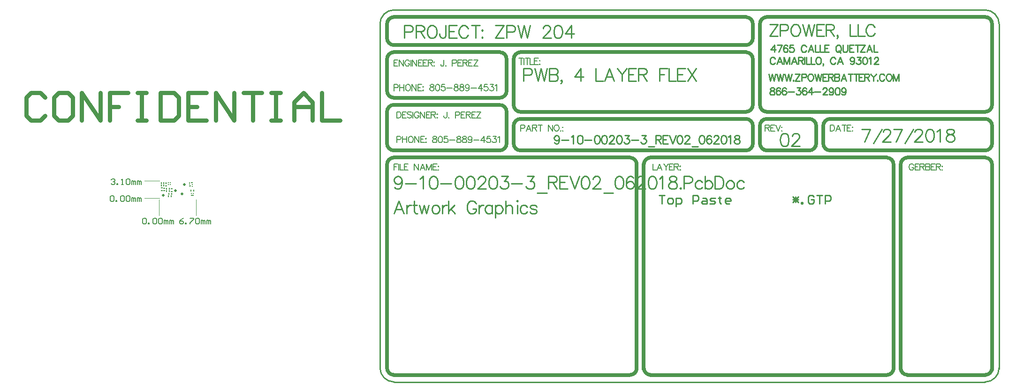
<source format=gtp>
G04*
G04 #@! TF.GenerationSoftware,Altium Limited,Altium Designer,18.1.7 (191)*
G04*
G04 Layer_Color=8421504*
%FSLAX25Y25*%
%MOIN*%
G70*
G01*
G75*
%ADD10C,0.01000*%
%ADD11C,0.02500*%
%ADD12C,0.00201*%
%ADD13C,0.00900*%
%ADD14C,0.02953*%
%ADD15C,0.00500*%
%ADD16C,0.00600*%
%ADD17R,0.01378X0.00787*%
%ADD18R,0.01083X0.00591*%
%ADD19R,0.01476X0.00787*%
%ADD20C,0.00787*%
%ADD21R,0.01181X0.00984*%
G04:AMPARAMS|DCode=22|XSize=5.91mil|YSize=19.68mil|CornerRadius=1.48mil|HoleSize=0mil|Usage=FLASHONLY|Rotation=270.000|XOffset=0mil|YOffset=0mil|HoleType=Round|Shape=RoundedRectangle|*
%AMROUNDEDRECTD22*
21,1,0.00591,0.01673,0,0,270.0*
21,1,0.00295,0.01968,0,0,270.0*
1,1,0.00295,-0.00837,-0.00148*
1,1,0.00295,-0.00837,0.00148*
1,1,0.00295,0.00837,0.00148*
1,1,0.00295,0.00837,-0.00148*
%
%ADD22ROUNDEDRECTD22*%
G04:AMPARAMS|DCode=23|XSize=9.84mil|YSize=5.91mil|CornerRadius=1.48mil|HoleSize=0mil|Usage=FLASHONLY|Rotation=270.000|XOffset=0mil|YOffset=0mil|HoleType=Round|Shape=RoundedRectangle|*
%AMROUNDEDRECTD23*
21,1,0.00984,0.00295,0,0,270.0*
21,1,0.00689,0.00591,0,0,270.0*
1,1,0.00295,-0.00148,-0.00345*
1,1,0.00295,-0.00148,0.00345*
1,1,0.00295,0.00148,0.00345*
1,1,0.00295,0.00148,-0.00345*
%
%ADD23ROUNDEDRECTD23*%
%ADD24R,0.00945X0.01181*%
%ADD25R,0.01181X0.00945*%
%ADD26R,0.00984X0.01181*%
%ADD27C,0.01968*%
D10*
X545911Y301754D02*
X549910D01*
X547911D01*
Y295756D01*
X552909D02*
X554909D01*
X555908Y296755D01*
Y298755D01*
X554909Y299754D01*
X552909D01*
X551909Y298755D01*
Y296755D01*
X552909Y295756D01*
X557907Y293756D02*
Y299754D01*
X560907D01*
X561906Y298755D01*
Y296755D01*
X560907Y295756D01*
X557907D01*
X569904D02*
Y301754D01*
X572903D01*
X573902Y300754D01*
Y298755D01*
X572903Y297755D01*
X569904D01*
X576901Y299754D02*
X578901D01*
X579900Y298755D01*
Y295756D01*
X576901D01*
X575902Y296755D01*
X576901Y297755D01*
X579900D01*
X581900Y295756D02*
X584899D01*
X585898Y296755D01*
X584899Y297755D01*
X582899D01*
X581900Y298755D01*
X582899Y299754D01*
X585898D01*
X588898Y300754D02*
Y299754D01*
X587898D01*
X589897D01*
X588898D01*
Y296755D01*
X589897Y295756D01*
X595895D02*
X593896D01*
X592896Y296755D01*
Y298755D01*
X593896Y299754D01*
X595895D01*
X596895Y298755D01*
Y297755D01*
X592896D01*
X640881Y300754D02*
X644879Y296755D01*
X640881D02*
X644879Y300754D01*
X640881Y298755D02*
X644879D01*
X642880Y296755D02*
Y300754D01*
X646879Y295756D02*
Y296755D01*
X647878D01*
Y295756D01*
X646879D01*
X655876Y300754D02*
X654876Y301754D01*
X652877D01*
X651877Y300754D01*
Y296755D01*
X652877Y295756D01*
X654876D01*
X655876Y296755D01*
Y298755D01*
X653876D01*
X657875Y301754D02*
X661874D01*
X659874D01*
Y295756D01*
X663873D02*
Y301754D01*
X666872D01*
X667872Y300754D01*
Y298755D01*
X666872Y297755D01*
X663873D01*
X787532Y423682D02*
G03*
X777532Y433682I-10000J0D01*
G01*
Y168921D02*
G03*
X787532Y178921I0J10000D01*
G01*
X347532Y179022D02*
G03*
X357455Y168923I10100J0D01*
G01*
X357532Y433682D02*
G03*
X347532Y423682I0J-10000D01*
G01*
X357532Y168922D02*
X777532D01*
X357532Y433682D02*
X777532D01*
X787532Y178236D02*
Y423682D01*
X347532Y178727D02*
Y423682D01*
D11*
X530032Y323682D02*
G03*
X525032Y328682I-5000J0D01*
G01*
X525148Y173921D02*
G03*
X530030Y178889I84J4800D01*
G01*
X540032Y328682D02*
G03*
X535032Y323682I0J-5000D01*
G01*
Y178921D02*
G03*
X539944Y173922I5000J0D01*
G01*
X712532Y323682D02*
G03*
X707532Y328682I-5000J0D01*
G01*
X707648Y173921D02*
G03*
X712530Y178889I84J4800D01*
G01*
X717532Y178822D02*
G03*
X722517Y173922I4900J0D01*
G01*
X722532Y328682D02*
G03*
X717532Y323682I0J-5000D01*
G01*
X437532Y398782D02*
G03*
X432632Y403682I-4900J0D01*
G01*
X432732Y371182D02*
G03*
X437532Y375982I0J4800D01*
G01*
Y361282D02*
G03*
X432461Y366179I-4900J0D01*
G01*
X442532Y366082D02*
G03*
X447432Y361182I4900J0D01*
G01*
X442532Y338582D02*
G03*
X447432Y333682I4900J0D01*
G01*
X432632D02*
G03*
X437532Y338582I0J4900D01*
G01*
X612532Y351282D02*
G03*
X607632Y356182I-4900J0D01*
G01*
Y333682D02*
G03*
X612531Y338668I0J4900D01*
G01*
X617532Y338782D02*
G03*
X622543Y333683I5100J0D01*
G01*
X622332Y356182D02*
G03*
X617538Y351131I0J-4800D01*
G01*
X447532Y356182D02*
G03*
X442532Y351182I0J-5000D01*
G01*
X447532Y403682D02*
G03*
X442532Y398682I0J-5000D01*
G01*
X352532Y338682D02*
G03*
X357444Y333683I5000J0D01*
G01*
X357532Y366182D02*
G03*
X352532Y361182I0J-5000D01*
G01*
Y376182D02*
G03*
X357532Y371182I5000J0D01*
G01*
Y403682D02*
G03*
X352532Y398682I0J-5000D01*
G01*
Y413682D02*
G03*
X357532Y408682I5000J0D01*
G01*
Y428682D02*
G03*
X352532Y423682I0J-5000D01*
G01*
X612532D02*
G03*
X607532Y428682I-5000J0D01*
G01*
X622532D02*
G03*
X617532Y423682I0J-5000D01*
G01*
X607532Y408682D02*
G03*
X612532Y413682I0J5000D01*
G01*
Y398682D02*
G03*
X607532Y403682I-5000J0D01*
G01*
X357532Y328682D02*
G03*
X352532Y323682I0J-5000D01*
G01*
X607619Y361182D02*
G03*
X612533Y366182I-87J5000D01*
G01*
X352532Y178921D02*
G03*
X357444Y173922I5000J0D01*
G01*
X657532Y351282D02*
G03*
X652632Y356182I-4900J0D01*
G01*
X652532Y333682D02*
G03*
X657532Y338682I0J5000D01*
G01*
X777532Y173922D02*
G03*
X782532Y178921I0J5000D01*
G01*
X782532Y323770D02*
G03*
X777532Y328683I-5000J-87D01*
G01*
Y333682D02*
G03*
X782532Y338682I0J5000D01*
G01*
Y423782D02*
G03*
X777461Y428679I-4900J0D01*
G01*
X617532Y366182D02*
G03*
X622532Y361182I5000J0D01*
G01*
X777532D02*
G03*
X782532Y366182I0J5000D01*
G01*
X667532Y356182D02*
G03*
X662532Y351182I0J-5000D01*
G01*
X782532Y351282D02*
G03*
X777632Y356182I-4900J0D01*
G01*
X662532Y338582D02*
G03*
X667517Y333683I4900J0D01*
G01*
X540032Y173922D02*
X707532D01*
X357532D02*
X525032D01*
X357532Y328682D02*
X525032D01*
X540032D02*
X707532D01*
X722532Y173922D02*
X777532D01*
X722532Y328682D02*
X777532D01*
X357532Y428682D02*
X607532D01*
X357532Y333682D02*
X432532D01*
X357532Y366182D02*
X432532D01*
X357532Y371182D02*
X432532D01*
X357532Y403682D02*
X432532D01*
X357532Y408682D02*
X607532D01*
X447532Y403682D02*
X607532D01*
X447532Y356182D02*
X607532D01*
X447532Y333682D02*
X607532D01*
X622532D02*
X652532D01*
X622532Y356182D02*
X652532D01*
X667532Y333682D02*
X777532D01*
X622532Y428682D02*
X777532D01*
X447532Y361182D02*
X607619D01*
X622532D02*
X777532D01*
X667532Y356182D02*
X777532D01*
X530029Y178972D02*
X530032Y323682D01*
X535032Y178236D02*
Y323682D01*
X712529Y178236D02*
X712532Y323682D01*
X717532Y177990D02*
Y323682D01*
X352532Y338682D02*
Y361182D01*
X437532Y338682D02*
Y361182D01*
X352532Y376182D02*
Y398682D01*
X437532Y376182D02*
Y398682D01*
X352532Y413682D02*
Y423682D01*
X612532Y413682D02*
Y423682D01*
Y366182D02*
Y398682D01*
X442532Y366182D02*
Y398682D01*
X612532Y338682D02*
Y351182D01*
X442532Y338682D02*
Y351182D01*
X617532Y338682D02*
Y351182D01*
X657532Y338682D02*
Y351182D01*
X782532Y177745D02*
Y323682D01*
Y338682D02*
Y351282D01*
X352395Y178727D02*
X352532Y323682D01*
X617532Y366182D02*
Y423682D01*
X782532Y366182D02*
Y423682D01*
X662532Y338682D02*
Y351182D01*
D12*
X190499Y287573D02*
Y298923D01*
X216875Y287573D02*
Y298924D01*
X180061Y299902D02*
X190926D01*
X180061Y312107D02*
X190926D01*
D13*
X627735Y408701D02*
X625355Y405368D01*
X628925D01*
X627735Y408701D02*
Y403702D01*
X633139Y408701D02*
X630758Y403702D01*
X629806Y408701D02*
X633139D01*
X637114Y407986D02*
X636876Y408463D01*
X636162Y408701D01*
X635686D01*
X634972Y408463D01*
X634495Y407748D01*
X634257Y406558D01*
Y405368D01*
X634495Y404416D01*
X634972Y403940D01*
X635686Y403702D01*
X635924D01*
X636638Y403940D01*
X637114Y404416D01*
X637352Y405130D01*
Y405368D01*
X637114Y406082D01*
X636638Y406558D01*
X635924Y406796D01*
X635686D01*
X634972Y406558D01*
X634495Y406082D01*
X634257Y405368D01*
X641304Y408701D02*
X638923D01*
X638685Y406558D01*
X638923Y406796D01*
X639637Y407034D01*
X640351D01*
X641066Y406796D01*
X641542Y406320D01*
X641780Y405606D01*
Y405130D01*
X641542Y404416D01*
X641066Y403940D01*
X640351Y403702D01*
X639637D01*
X638923Y403940D01*
X638685Y404178D01*
X638447Y404654D01*
X650397Y407510D02*
X650159Y407986D01*
X649683Y408463D01*
X649207Y408701D01*
X648254D01*
X647778Y408463D01*
X647302Y407986D01*
X647064Y407510D01*
X646826Y406796D01*
Y405606D01*
X647064Y404892D01*
X647302Y404416D01*
X647778Y403940D01*
X648254Y403702D01*
X649207D01*
X649683Y403940D01*
X650159Y404416D01*
X650397Y404892D01*
X655610Y403702D02*
X653706Y408701D01*
X651801Y403702D01*
X652515Y405368D02*
X654896D01*
X656776Y408701D02*
Y403702D01*
X659633D01*
X660181Y408701D02*
Y403702D01*
X663037D01*
X666679Y408701D02*
X663585D01*
Y403702D01*
X666679D01*
X663585Y406320D02*
X665489D01*
X672868Y408701D02*
X672392Y408463D01*
X671916Y407986D01*
X671678Y407510D01*
X671440Y406796D01*
Y405606D01*
X671678Y404892D01*
X671916Y404416D01*
X672392Y403940D01*
X672868Y403702D01*
X673820D01*
X674297Y403940D01*
X674773Y404416D01*
X675011Y404892D01*
X675249Y405606D01*
Y406796D01*
X675011Y407510D01*
X674773Y407986D01*
X674297Y408463D01*
X673820Y408701D01*
X672868D01*
X673582Y404654D02*
X675011Y403226D01*
X676415Y408701D02*
Y405130D01*
X676653Y404416D01*
X677129Y403940D01*
X677843Y403702D01*
X678319D01*
X679034Y403940D01*
X679510Y404416D01*
X679748Y405130D01*
Y408701D01*
X684223D02*
X681128D01*
Y403702D01*
X684223D01*
X681128Y406320D02*
X683033D01*
X686722Y408701D02*
Y403702D01*
X685056Y408701D02*
X688389D01*
X692316D02*
X688984Y403702D01*
Y408701D02*
X692316D01*
X688984Y403702D02*
X692316D01*
X697244D02*
X695340Y408701D01*
X693435Y403702D01*
X694149Y405368D02*
X696530D01*
X698410Y408701D02*
Y403702D01*
X701267D01*
X628294Y398876D02*
X628056Y399352D01*
X627580Y399828D01*
X627104Y400066D01*
X626152D01*
X625676Y399828D01*
X625200Y399352D01*
X624962Y398876D01*
X624724Y398161D01*
Y396971D01*
X624962Y396257D01*
X625200Y395781D01*
X625676Y395305D01*
X626152Y395067D01*
X627104D01*
X627580Y395305D01*
X628056Y395781D01*
X628294Y396257D01*
X633508Y395067D02*
X631603Y400066D01*
X629699Y395067D01*
X630413Y396733D02*
X632794D01*
X634674Y400066D02*
Y395067D01*
Y400066D02*
X636578Y395067D01*
X638483Y400066D02*
X636578Y395067D01*
X638483Y400066D02*
Y395067D01*
X643720D02*
X641815Y400066D01*
X639911Y395067D01*
X640625Y396733D02*
X643006D01*
X644886Y400066D02*
Y395067D01*
Y400066D02*
X647028D01*
X647743Y399828D01*
X647981Y399590D01*
X648219Y399114D01*
Y398638D01*
X647981Y398161D01*
X647743Y397923D01*
X647028Y397685D01*
X644886D01*
X646552D02*
X648219Y395067D01*
X649338Y400066D02*
Y395067D01*
X650385Y400066D02*
Y395067D01*
X653241D01*
X653789Y400066D02*
Y395067D01*
X656645D01*
X658621Y400066D02*
X658145Y399828D01*
X657669Y399352D01*
X657431Y398876D01*
X657193Y398161D01*
Y396971D01*
X657431Y396257D01*
X657669Y395781D01*
X658145Y395305D01*
X658621Y395067D01*
X659573D01*
X660049Y395305D01*
X660526Y395781D01*
X660764Y396257D01*
X661002Y396971D01*
Y398161D01*
X660764Y398876D01*
X660526Y399352D01*
X660049Y399828D01*
X659573Y400066D01*
X658621D01*
X662644Y395305D02*
X662406Y395067D01*
X662168Y395305D01*
X662406Y395543D01*
X662644Y395305D01*
Y394829D01*
X662406Y394353D01*
X662168Y394115D01*
X671238Y398876D02*
X671000Y399352D01*
X670524Y399828D01*
X670047Y400066D01*
X669095D01*
X668619Y399828D01*
X668143Y399352D01*
X667905Y398876D01*
X667667Y398161D01*
Y396971D01*
X667905Y396257D01*
X668143Y395781D01*
X668619Y395305D01*
X669095Y395067D01*
X670047D01*
X670524Y395305D01*
X671000Y395781D01*
X671238Y396257D01*
X676451Y395067D02*
X674546Y400066D01*
X672642Y395067D01*
X673356Y396733D02*
X675737D01*
X684640Y398399D02*
X684401Y397685D01*
X683925Y397209D01*
X683211Y396971D01*
X682973D01*
X682259Y397209D01*
X681783Y397685D01*
X681545Y398399D01*
Y398638D01*
X681783Y399352D01*
X682259Y399828D01*
X682973Y400066D01*
X683211D01*
X683925Y399828D01*
X684401Y399352D01*
X684640Y398399D01*
Y397209D01*
X684401Y396019D01*
X683925Y395305D01*
X683211Y395067D01*
X682735D01*
X682021Y395305D01*
X681783Y395781D01*
X686472Y400066D02*
X689091D01*
X687663Y398161D01*
X688377D01*
X688853Y397923D01*
X689091Y397685D01*
X689329Y396971D01*
Y396495D01*
X689091Y395781D01*
X688615Y395305D01*
X687901Y395067D01*
X687187D01*
X686472Y395305D01*
X686234Y395543D01*
X685996Y396019D01*
X691876Y400066D02*
X691162Y399828D01*
X690686Y399114D01*
X690448Y397923D01*
Y397209D01*
X690686Y396019D01*
X691162Y395305D01*
X691876Y395067D01*
X692352D01*
X693066Y395305D01*
X693542Y396019D01*
X693780Y397209D01*
Y397923D01*
X693542Y399114D01*
X693066Y399828D01*
X692352Y400066D01*
X691876D01*
X694899Y399114D02*
X695375Y399352D01*
X696089Y400066D01*
Y395067D01*
X698803Y398876D02*
Y399114D01*
X699041Y399590D01*
X699279Y399828D01*
X699755Y400066D01*
X700707D01*
X701184Y399828D01*
X701422Y399590D01*
X701660Y399114D01*
Y398638D01*
X701422Y398161D01*
X700946Y397447D01*
X698565Y395067D01*
X701898D01*
X365032Y417967D02*
X368888D01*
X370173Y418396D01*
X370602Y418824D01*
X371030Y419681D01*
Y420966D01*
X370602Y421824D01*
X370173Y422252D01*
X368888Y422680D01*
X365032D01*
Y413682D01*
X373044Y422680D02*
Y413682D01*
Y422680D02*
X376901D01*
X378186Y422252D01*
X378614Y421824D01*
X379043Y420966D01*
Y420110D01*
X378614Y419253D01*
X378186Y418824D01*
X376901Y418396D01*
X373044D01*
X376044D02*
X379043Y413682D01*
X383628Y422680D02*
X382771Y422252D01*
X381914Y421395D01*
X381485Y420538D01*
X381057Y419253D01*
Y417110D01*
X381485Y415825D01*
X381914Y414968D01*
X382771Y414111D01*
X383628Y413682D01*
X385342D01*
X386198Y414111D01*
X387055Y414968D01*
X387484Y415825D01*
X387912Y417110D01*
Y419253D01*
X387484Y420538D01*
X387055Y421395D01*
X386198Y422252D01*
X385342Y422680D01*
X383628D01*
X394297D02*
Y415825D01*
X393868Y414539D01*
X393440Y414111D01*
X392583Y413682D01*
X391726D01*
X390869Y414111D01*
X390441Y414539D01*
X390012Y415825D01*
Y416682D01*
X402181Y422680D02*
X396611D01*
Y413682D01*
X402181D01*
X396611Y418396D02*
X400038D01*
X410108Y420538D02*
X409679Y421395D01*
X408822Y422252D01*
X407965Y422680D01*
X406251D01*
X405394Y422252D01*
X404537Y421395D01*
X404109Y420538D01*
X403681Y419253D01*
Y417110D01*
X404109Y415825D01*
X404537Y414968D01*
X405394Y414111D01*
X406251Y413682D01*
X407965D01*
X408822Y414111D01*
X409679Y414968D01*
X410108Y415825D01*
X415635Y422680D02*
Y413682D01*
X412636Y422680D02*
X418634D01*
X420134Y419681D02*
X419706Y419253D01*
X420134Y418824D01*
X420563Y419253D01*
X420134Y419681D01*
Y414539D02*
X419706Y414111D01*
X420134Y413682D01*
X420563Y414111D01*
X420134Y414539D01*
X435602Y422680D02*
X429603Y413682D01*
Y422680D02*
X435602D01*
X429603Y413682D02*
X435602D01*
X437616Y417967D02*
X441472D01*
X442758Y418396D01*
X443186Y418824D01*
X443615Y419681D01*
Y420966D01*
X443186Y421824D01*
X442758Y422252D01*
X441472Y422680D01*
X437616D01*
Y413682D01*
X445629Y422680D02*
X447771Y413682D01*
X449913Y422680D02*
X447771Y413682D01*
X449913Y422680D02*
X452056Y413682D01*
X454198Y422680D02*
X452056Y413682D01*
X463496Y420538D02*
Y420966D01*
X463925Y421824D01*
X464353Y422252D01*
X465210Y422680D01*
X466924D01*
X467781Y422252D01*
X468210Y421824D01*
X468638Y420966D01*
Y420110D01*
X468210Y419253D01*
X467352Y417967D01*
X463068Y413682D01*
X469066D01*
X473651Y422680D02*
X472366Y422252D01*
X471509Y420966D01*
X471080Y418824D01*
Y417539D01*
X471509Y415396D01*
X472366Y414111D01*
X473651Y413682D01*
X474508D01*
X475794Y414111D01*
X476650Y415396D01*
X477079Y417539D01*
Y418824D01*
X476650Y420966D01*
X475794Y422252D01*
X474508Y422680D01*
X473651D01*
X483378D02*
X479093Y416682D01*
X485520D01*
X483378Y422680D02*
Y413682D01*
X623824Y388273D02*
X625014Y383274D01*
X626204Y388273D02*
X625014Y383274D01*
X626204Y388273D02*
X627394Y383274D01*
X628585Y388273D02*
X627394Y383274D01*
X629585Y388273D02*
X630775Y383274D01*
X631965Y388273D02*
X630775Y383274D01*
X631965Y388273D02*
X633155Y383274D01*
X634345Y388273D02*
X633155Y383274D01*
X635345Y388273D02*
X636535Y383274D01*
X637726Y388273D02*
X636535Y383274D01*
X637726Y388273D02*
X638916Y383274D01*
X640106Y388273D02*
X638916Y383274D01*
X641344Y383750D02*
X641106Y383512D01*
X641344Y383274D01*
X641582Y383512D01*
X641344Y383750D01*
X646009Y388273D02*
X642677Y383274D01*
Y388273D02*
X646009D01*
X642677Y383274D02*
X646009D01*
X647128Y385654D02*
X649271D01*
X649985Y385892D01*
X650223Y386130D01*
X650461Y386606D01*
Y387320D01*
X650223Y387797D01*
X649985Y388035D01*
X649271Y388273D01*
X647128D01*
Y383274D01*
X653008Y388273D02*
X652532Y388035D01*
X652056Y387559D01*
X651818Y387082D01*
X651580Y386368D01*
Y385178D01*
X651818Y384464D01*
X652056Y383988D01*
X652532Y383512D01*
X653008Y383274D01*
X653960D01*
X654436Y383512D01*
X654912Y383988D01*
X655150Y384464D01*
X655388Y385178D01*
Y386368D01*
X655150Y387082D01*
X654912Y387559D01*
X654436Y388035D01*
X653960Y388273D01*
X653008D01*
X656555D02*
X657745Y383274D01*
X658935Y388273D02*
X657745Y383274D01*
X658935Y388273D02*
X660125Y383274D01*
X661316Y388273D02*
X660125Y383274D01*
X665410Y388273D02*
X662316D01*
Y383274D01*
X665410D01*
X662316Y385892D02*
X664220D01*
X666243Y388273D02*
Y383274D01*
Y388273D02*
X668386D01*
X669100Y388035D01*
X669338Y387797D01*
X669576Y387320D01*
Y386844D01*
X669338Y386368D01*
X669100Y386130D01*
X668386Y385892D01*
X666243D01*
X667910D02*
X669576Y383274D01*
X670695Y388273D02*
Y383274D01*
Y388273D02*
X672837D01*
X673551Y388035D01*
X673789Y387797D01*
X674027Y387320D01*
Y386844D01*
X673789Y386368D01*
X673551Y386130D01*
X672837Y385892D01*
X670695D02*
X672837D01*
X673551Y385654D01*
X673789Y385416D01*
X674027Y384940D01*
Y384226D01*
X673789Y383750D01*
X673551Y383512D01*
X672837Y383274D01*
X670695D01*
X678955D02*
X677050Y388273D01*
X675146Y383274D01*
X675860Y384940D02*
X678241D01*
X681788Y388273D02*
Y383274D01*
X680121Y388273D02*
X683454D01*
X685715D02*
Y383274D01*
X684049Y388273D02*
X687382D01*
X691071D02*
X687977D01*
Y383274D01*
X691071D01*
X687977Y385892D02*
X689881D01*
X691904Y388273D02*
Y383274D01*
Y388273D02*
X694047D01*
X694761Y388035D01*
X694999Y387797D01*
X695237Y387320D01*
Y386844D01*
X694999Y386368D01*
X694761Y386130D01*
X694047Y385892D01*
X691904D01*
X693571D02*
X695237Y383274D01*
X696356Y388273D02*
X698260Y385892D01*
Y383274D01*
X700165Y388273D02*
X698260Y385892D01*
X701045Y383750D02*
X700807Y383512D01*
X701045Y383274D01*
X701283Y383512D01*
X701045Y383750D01*
X705949Y387082D02*
X705711Y387559D01*
X705235Y388035D01*
X704759Y388273D01*
X703807D01*
X703331Y388035D01*
X702854Y387559D01*
X702616Y387082D01*
X702378Y386368D01*
Y385178D01*
X702616Y384464D01*
X702854Y383988D01*
X703331Y383512D01*
X703807Y383274D01*
X704759D01*
X705235Y383512D01*
X705711Y383988D01*
X705949Y384464D01*
X708782Y388273D02*
X708306Y388035D01*
X707830Y387559D01*
X707592Y387082D01*
X707353Y386368D01*
Y385178D01*
X707592Y384464D01*
X707830Y383988D01*
X708306Y383512D01*
X708782Y383274D01*
X709734D01*
X710210Y383512D01*
X710686Y383988D01*
X710924Y384464D01*
X711162Y385178D01*
Y386368D01*
X710924Y387082D01*
X710686Y387559D01*
X710210Y388035D01*
X709734Y388273D01*
X708782D01*
X712329D02*
Y383274D01*
Y388273D02*
X714233Y383274D01*
X716137Y388273D02*
X714233Y383274D01*
X716137Y388273D02*
Y383274D01*
X474980Y342441D02*
X474699Y341597D01*
X474136Y341035D01*
X473293Y340754D01*
X473012D01*
X472168Y341035D01*
X471606Y341597D01*
X471325Y342441D01*
Y342722D01*
X471606Y343565D01*
X472168Y344128D01*
X473012Y344409D01*
X473293D01*
X474136Y344128D01*
X474699Y343565D01*
X474980Y342441D01*
Y341035D01*
X474699Y339629D01*
X474136Y338786D01*
X473293Y338505D01*
X472731D01*
X471887Y338786D01*
X471606Y339348D01*
X476583Y341035D02*
X481643D01*
X483387Y343284D02*
X483949Y343565D01*
X484792Y344409D01*
Y338505D01*
X489403Y344409D02*
X488560Y344128D01*
X487997Y343284D01*
X487716Y341879D01*
Y341035D01*
X487997Y339629D01*
X488560Y338786D01*
X489403Y338505D01*
X489965D01*
X490809Y338786D01*
X491371Y339629D01*
X491652Y341035D01*
Y341879D01*
X491371Y343284D01*
X490809Y344128D01*
X489965Y344409D01*
X489403D01*
X492974Y341035D02*
X498035D01*
X501465Y344409D02*
X500621Y344128D01*
X500059Y343284D01*
X499778Y341879D01*
Y341035D01*
X500059Y339629D01*
X500621Y338786D01*
X501465Y338505D01*
X502027D01*
X502871Y338786D01*
X503433Y339629D01*
X503714Y341035D01*
Y341879D01*
X503433Y343284D01*
X502871Y344128D01*
X502027Y344409D01*
X501465D01*
X506722D02*
X505879Y344128D01*
X505317Y343284D01*
X505035Y341879D01*
Y341035D01*
X505317Y339629D01*
X505879Y338786D01*
X506722Y338505D01*
X507285D01*
X508128Y338786D01*
X508690Y339629D01*
X508972Y341035D01*
Y341879D01*
X508690Y343284D01*
X508128Y344128D01*
X507285Y344409D01*
X506722D01*
X510574Y343003D02*
Y343284D01*
X510855Y343847D01*
X511136Y344128D01*
X511699Y344409D01*
X512823D01*
X513386Y344128D01*
X513667Y343847D01*
X513948Y343284D01*
Y342722D01*
X513667Y342160D01*
X513105Y341316D01*
X510293Y338505D01*
X514229D01*
X517238Y344409D02*
X516394Y344128D01*
X515832Y343284D01*
X515551Y341879D01*
Y341035D01*
X515832Y339629D01*
X516394Y338786D01*
X517238Y338505D01*
X517800D01*
X518643Y338786D01*
X519206Y339629D01*
X519487Y341035D01*
Y341879D01*
X519206Y343284D01*
X518643Y344128D01*
X517800Y344409D01*
X517238D01*
X521371D02*
X524463D01*
X522776Y342160D01*
X523620D01*
X524182Y341879D01*
X524463Y341597D01*
X524744Y340754D01*
Y340192D01*
X524463Y339348D01*
X523901Y338786D01*
X523057Y338505D01*
X522214D01*
X521371Y338786D01*
X521089Y339067D01*
X520808Y339629D01*
X526066Y341035D02*
X531127D01*
X533432Y344409D02*
X536525D01*
X534838Y342160D01*
X535681D01*
X536244Y341879D01*
X536525Y341597D01*
X536806Y340754D01*
Y340192D01*
X536525Y339348D01*
X535962Y338786D01*
X535119Y338505D01*
X534275D01*
X533432Y338786D01*
X533151Y339067D01*
X532870Y339629D01*
X538127Y336537D02*
X542626D01*
X543385Y344409D02*
Y338505D01*
Y344409D02*
X545915D01*
X546759Y344128D01*
X547040Y343847D01*
X547321Y343284D01*
Y342722D01*
X547040Y342160D01*
X546759Y341879D01*
X545915Y341597D01*
X543385D01*
X545353D02*
X547321Y338505D01*
X552297Y344409D02*
X548642D01*
Y338505D01*
X552297D01*
X548642Y341597D02*
X550892D01*
X553281Y344409D02*
X555531Y338505D01*
X557780Y344409D02*
X555531Y338505D01*
X560226Y344409D02*
X559383Y344128D01*
X558820Y343284D01*
X558539Y341879D01*
Y341035D01*
X558820Y339629D01*
X559383Y338786D01*
X560226Y338505D01*
X560788D01*
X561632Y338786D01*
X562194Y339629D01*
X562475Y341035D01*
Y341879D01*
X562194Y343284D01*
X561632Y344128D01*
X560788Y344409D01*
X560226D01*
X564078Y343003D02*
Y343284D01*
X564359Y343847D01*
X564640Y344128D01*
X565203Y344409D01*
X566327D01*
X566889Y344128D01*
X567171Y343847D01*
X567452Y343284D01*
Y342722D01*
X567171Y342160D01*
X566608Y341316D01*
X563797Y338505D01*
X567733D01*
X569054Y336537D02*
X573553D01*
X575999Y344409D02*
X575155Y344128D01*
X574593Y343284D01*
X574312Y341879D01*
Y341035D01*
X574593Y339629D01*
X575155Y338786D01*
X575999Y338505D01*
X576561D01*
X577405Y338786D01*
X577967Y339629D01*
X578248Y341035D01*
Y341879D01*
X577967Y343284D01*
X577405Y344128D01*
X576561Y344409D01*
X575999D01*
X582943Y343565D02*
X582662Y344128D01*
X581819Y344409D01*
X581256D01*
X580413Y344128D01*
X579851Y343284D01*
X579569Y341879D01*
Y340473D01*
X579851Y339348D01*
X580413Y338786D01*
X581256Y338505D01*
X581538D01*
X582381Y338786D01*
X582943Y339348D01*
X583224Y340192D01*
Y340473D01*
X582943Y341316D01*
X582381Y341879D01*
X581538Y342160D01*
X581256D01*
X580413Y341879D01*
X579851Y341316D01*
X579569Y340473D01*
X584799Y343003D02*
Y343284D01*
X585080Y343847D01*
X585361Y344128D01*
X585924Y344409D01*
X587048D01*
X587610Y344128D01*
X587892Y343847D01*
X588173Y343284D01*
Y342722D01*
X587892Y342160D01*
X587329Y341316D01*
X584518Y338505D01*
X588454D01*
X591462Y344409D02*
X590619Y344128D01*
X590057Y343284D01*
X589775Y341879D01*
Y341035D01*
X590057Y339629D01*
X590619Y338786D01*
X591462Y338505D01*
X592025D01*
X592868Y338786D01*
X593430Y339629D01*
X593712Y341035D01*
Y341879D01*
X593430Y343284D01*
X592868Y344128D01*
X592025Y344409D01*
X591462D01*
X595033Y343284D02*
X595595Y343565D01*
X596439Y344409D01*
Y338505D01*
X600769Y344409D02*
X599925Y344128D01*
X599644Y343565D01*
Y343003D01*
X599925Y342441D01*
X600487Y342160D01*
X601612Y341879D01*
X602456Y341597D01*
X603018Y341035D01*
X603299Y340473D01*
Y339629D01*
X603018Y339067D01*
X602737Y338786D01*
X601893Y338505D01*
X600769D01*
X599925Y338786D01*
X599644Y339067D01*
X599363Y339629D01*
Y340473D01*
X599644Y341035D01*
X600206Y341597D01*
X601050Y341879D01*
X602174Y342160D01*
X602737Y342441D01*
X603018Y343003D01*
Y343565D01*
X602737Y344128D01*
X601893Y344409D01*
X600769D01*
X449639Y387342D02*
X453495D01*
X454780Y387771D01*
X455209Y388199D01*
X455638Y389056D01*
Y390341D01*
X455209Y391198D01*
X454780Y391627D01*
X453495Y392055D01*
X449639D01*
Y383057D01*
X457651Y392055D02*
X459794Y383057D01*
X461936Y392055D02*
X459794Y383057D01*
X461936Y392055D02*
X464079Y383057D01*
X466221Y392055D02*
X464079Y383057D01*
X468020Y392055D02*
Y383057D01*
Y392055D02*
X471877D01*
X473162Y391627D01*
X473591Y391198D01*
X474019Y390341D01*
Y389484D01*
X473591Y388627D01*
X473162Y388199D01*
X471877Y387771D01*
X468020D02*
X471877D01*
X473162Y387342D01*
X473591Y386913D01*
X474019Y386057D01*
Y384771D01*
X473591Y383914D01*
X473162Y383486D01*
X471877Y383057D01*
X468020D01*
X476890Y383486D02*
X476462Y383057D01*
X476033Y383486D01*
X476462Y383914D01*
X476890Y383486D01*
Y382629D01*
X476462Y381772D01*
X476033Y381343D01*
X490216Y392055D02*
X485931Y386057D01*
X492358D01*
X490216Y392055D02*
Y383057D01*
X501014Y392055D02*
Y383057D01*
X506155D01*
X513996D02*
X510569Y392055D01*
X507141Y383057D01*
X508426Y386057D02*
X512711D01*
X516096Y392055D02*
X519524Y387771D01*
Y383057D01*
X522952Y392055D02*
X519524Y387771D01*
X529679Y392055D02*
X524109D01*
Y383057D01*
X529679D01*
X524109Y387771D02*
X527536D01*
X531178Y392055D02*
Y383057D01*
Y392055D02*
X535035D01*
X536320Y391627D01*
X536749Y391198D01*
X537177Y390341D01*
Y389484D01*
X536749Y388627D01*
X536320Y388199D01*
X535035Y387771D01*
X531178D01*
X534178D02*
X537177Y383057D01*
X546261Y392055D02*
Y383057D01*
Y392055D02*
X551831D01*
X546261Y387771D02*
X549689D01*
X552859Y392055D02*
Y383057D01*
X558001D01*
X564557Y392055D02*
X558987D01*
Y383057D01*
X564557D01*
X558987Y387771D02*
X562415D01*
X566057Y392055D02*
X572055Y383057D01*
Y392055D02*
X566057Y383057D01*
X363102Y312281D02*
X362673Y310996D01*
X361817Y310139D01*
X360531Y309710D01*
X360103D01*
X358817Y310139D01*
X357960Y310996D01*
X357532Y312281D01*
Y312710D01*
X357960Y313995D01*
X358817Y314852D01*
X360103Y315281D01*
X360531D01*
X361817Y314852D01*
X362673Y313995D01*
X363102Y312281D01*
Y310139D01*
X362673Y307996D01*
X361817Y306711D01*
X360531Y306282D01*
X359674D01*
X358389Y306711D01*
X357960Y307568D01*
X365544Y310139D02*
X373257D01*
X375913Y313567D02*
X376770Y313995D01*
X378056Y315281D01*
Y306282D01*
X385083Y315281D02*
X383798Y314852D01*
X382941Y313567D01*
X382512Y311424D01*
Y310139D01*
X382941Y307996D01*
X383798Y306711D01*
X385083Y306282D01*
X385940D01*
X387225Y306711D01*
X388082Y307996D01*
X388511Y310139D01*
Y311424D01*
X388082Y313567D01*
X387225Y314852D01*
X385940Y315281D01*
X385083D01*
X390525Y310139D02*
X398237D01*
X403465Y315281D02*
X402179Y314852D01*
X401322Y313567D01*
X400894Y311424D01*
Y310139D01*
X401322Y307996D01*
X402179Y306711D01*
X403465Y306282D01*
X404322D01*
X405607Y306711D01*
X406464Y307996D01*
X406892Y310139D01*
Y311424D01*
X406464Y313567D01*
X405607Y314852D01*
X404322Y315281D01*
X403465D01*
X411477D02*
X410192Y314852D01*
X409335Y313567D01*
X408906Y311424D01*
Y310139D01*
X409335Y307996D01*
X410192Y306711D01*
X411477Y306282D01*
X412334D01*
X413620Y306711D01*
X414477Y307996D01*
X414905Y310139D01*
Y311424D01*
X414477Y313567D01*
X413620Y314852D01*
X412334Y315281D01*
X411477D01*
X417347Y313138D02*
Y313567D01*
X417776Y314423D01*
X418204Y314852D01*
X419061Y315281D01*
X420775D01*
X421632Y314852D01*
X422061Y314423D01*
X422489Y313567D01*
Y312710D01*
X422061Y311853D01*
X421204Y310567D01*
X416919Y306282D01*
X422918D01*
X427502Y315281D02*
X426217Y314852D01*
X425360Y313567D01*
X424931Y311424D01*
Y310139D01*
X425360Y307996D01*
X426217Y306711D01*
X427502Y306282D01*
X428359D01*
X429645Y306711D01*
X430502Y307996D01*
X430930Y310139D01*
Y311424D01*
X430502Y313567D01*
X429645Y314852D01*
X428359Y315281D01*
X427502D01*
X433801D02*
X438514D01*
X435944Y311853D01*
X437229D01*
X438086Y311424D01*
X438514Y310996D01*
X438943Y309710D01*
Y308853D01*
X438514Y307568D01*
X437657Y306711D01*
X436372Y306282D01*
X435086D01*
X433801Y306711D01*
X433373Y307139D01*
X432944Y307996D01*
X440957Y310139D02*
X448669D01*
X452183Y315281D02*
X456896D01*
X454325Y311853D01*
X455611D01*
X456468Y311424D01*
X456896Y310996D01*
X457325Y309710D01*
Y308853D01*
X456896Y307568D01*
X456039Y306711D01*
X454754Y306282D01*
X453468D01*
X452183Y306711D01*
X451754Y307139D01*
X451326Y307996D01*
X459338Y303283D02*
X466194D01*
X467351Y315281D02*
Y306282D01*
Y315281D02*
X471207D01*
X472493Y314852D01*
X472921Y314423D01*
X473350Y313567D01*
Y312710D01*
X472921Y311853D01*
X472493Y311424D01*
X471207Y310996D01*
X467351D01*
X470350D02*
X473350Y306282D01*
X480934Y315281D02*
X475364D01*
Y306282D01*
X480934D01*
X475364Y310996D02*
X478791D01*
X482434Y315281D02*
X485861Y306282D01*
X489289Y315281D02*
X485861Y306282D01*
X493017Y315281D02*
X491732Y314852D01*
X490874Y313567D01*
X490446Y311424D01*
Y310139D01*
X490874Y307996D01*
X491732Y306711D01*
X493017Y306282D01*
X493874D01*
X495159Y306711D01*
X496016Y307996D01*
X496445Y310139D01*
Y311424D01*
X496016Y313567D01*
X495159Y314852D01*
X493874Y315281D01*
X493017D01*
X498887Y313138D02*
Y313567D01*
X499316Y314423D01*
X499744Y314852D01*
X500601Y315281D01*
X502315D01*
X503172Y314852D01*
X503600Y314423D01*
X504029Y313567D01*
Y312710D01*
X503600Y311853D01*
X502743Y310567D01*
X498459Y306282D01*
X504457D01*
X506471Y303283D02*
X513327D01*
X517055Y315281D02*
X515769Y314852D01*
X514912Y313567D01*
X514484Y311424D01*
Y310139D01*
X514912Y307996D01*
X515769Y306711D01*
X517055Y306282D01*
X517912D01*
X519197Y306711D01*
X520054Y307996D01*
X520482Y310139D01*
Y311424D01*
X520054Y313567D01*
X519197Y314852D01*
X517912Y315281D01*
X517055D01*
X527638Y313995D02*
X527210Y314852D01*
X525924Y315281D01*
X525067D01*
X523782Y314852D01*
X522925Y313567D01*
X522496Y311424D01*
Y309282D01*
X522925Y307568D01*
X523782Y306711D01*
X525067Y306282D01*
X525496D01*
X526781Y306711D01*
X527638Y307568D01*
X528067Y308853D01*
Y309282D01*
X527638Y310567D01*
X526781Y311424D01*
X525496Y311853D01*
X525067D01*
X523782Y311424D01*
X522925Y310567D01*
X522496Y309282D01*
X530466Y313138D02*
Y313567D01*
X530895Y314423D01*
X531323Y314852D01*
X532180Y315281D01*
X533894D01*
X534751Y314852D01*
X535179Y314423D01*
X535608Y313567D01*
Y312710D01*
X535179Y311853D01*
X534322Y310567D01*
X530038Y306282D01*
X536036D01*
X540621Y315281D02*
X539336Y314852D01*
X538479Y313567D01*
X538050Y311424D01*
Y310139D01*
X538479Y307996D01*
X539336Y306711D01*
X540621Y306282D01*
X541478D01*
X542763Y306711D01*
X543620Y307996D01*
X544049Y310139D01*
Y311424D01*
X543620Y313567D01*
X542763Y314852D01*
X541478Y315281D01*
X540621D01*
X546063Y313567D02*
X546920Y313995D01*
X548205Y315281D01*
Y306282D01*
X554804Y315281D02*
X553518Y314852D01*
X553090Y313995D01*
Y313138D01*
X553518Y312281D01*
X554375Y311853D01*
X556089Y311424D01*
X557375Y310996D01*
X558231Y310139D01*
X558660Y309282D01*
Y307996D01*
X558231Y307139D01*
X557803Y306711D01*
X556518Y306282D01*
X554804D01*
X553518Y306711D01*
X553090Y307139D01*
X552661Y307996D01*
Y309282D01*
X553090Y310139D01*
X553947Y310996D01*
X555232Y311424D01*
X556946Y311853D01*
X557803Y312281D01*
X558231Y313138D01*
Y313995D01*
X557803Y314852D01*
X556518Y315281D01*
X554804D01*
X561102Y307139D02*
X560674Y306711D01*
X561102Y306282D01*
X561531Y306711D01*
X561102Y307139D01*
X563502Y310567D02*
X567358D01*
X568644Y310996D01*
X569072Y311424D01*
X569501Y312281D01*
Y313567D01*
X569072Y314423D01*
X568644Y314852D01*
X567358Y315281D01*
X563502D01*
Y306282D01*
X576656Y310996D02*
X575799Y311853D01*
X574942Y312281D01*
X573657D01*
X572800Y311853D01*
X571943Y310996D01*
X571514Y309710D01*
Y308853D01*
X571943Y307568D01*
X572800Y306711D01*
X573657Y306282D01*
X574942D01*
X575799Y306711D01*
X576656Y307568D01*
X578584Y315281D02*
Y306282D01*
Y310996D02*
X579441Y311853D01*
X580298Y312281D01*
X581584D01*
X582441Y311853D01*
X583298Y310996D01*
X583726Y309710D01*
Y308853D01*
X583298Y307568D01*
X582441Y306711D01*
X581584Y306282D01*
X580298D01*
X579441Y306711D01*
X578584Y307568D01*
X585654Y315281D02*
Y306282D01*
Y315281D02*
X588654D01*
X589939Y314852D01*
X590796Y313995D01*
X591224Y313138D01*
X591653Y311853D01*
Y309710D01*
X591224Y308425D01*
X590796Y307568D01*
X589939Y306711D01*
X588654Y306282D01*
X585654D01*
X595809Y312281D02*
X594952Y311853D01*
X594095Y310996D01*
X593667Y309710D01*
Y308853D01*
X594095Y307568D01*
X594952Y306711D01*
X595809Y306282D01*
X597095D01*
X597952Y306711D01*
X598809Y307568D01*
X599237Y308853D01*
Y309710D01*
X598809Y310996D01*
X597952Y311853D01*
X597095Y312281D01*
X595809D01*
X606350Y310996D02*
X605493Y311853D01*
X604636Y312281D01*
X603350D01*
X602493Y311853D01*
X601637Y310996D01*
X601208Y309710D01*
Y308853D01*
X601637Y307568D01*
X602493Y306711D01*
X603350Y306282D01*
X604636D01*
X605493Y306711D01*
X606350Y307568D01*
X364387Y288782D02*
X360960Y297780D01*
X357532Y288782D01*
X358817Y291782D02*
X363102D01*
X366487Y294781D02*
Y288782D01*
Y292210D02*
X366915Y293496D01*
X367772Y294353D01*
X368629Y294781D01*
X369915D01*
X372014Y297780D02*
Y290496D01*
X372443Y289211D01*
X373300Y288782D01*
X374157D01*
X370729Y294781D02*
X373728D01*
X375442D02*
X377156Y288782D01*
X378870Y294781D02*
X377156Y288782D01*
X378870Y294781D02*
X380584Y288782D01*
X382298Y294781D02*
X380584Y288782D01*
X386540Y294781D02*
X385683Y294353D01*
X384826Y293496D01*
X384397Y292210D01*
Y291353D01*
X384826Y290068D01*
X385683Y289211D01*
X386540Y288782D01*
X387825D01*
X388682Y289211D01*
X389539Y290068D01*
X389968Y291353D01*
Y292210D01*
X389539Y293496D01*
X388682Y294353D01*
X387825Y294781D01*
X386540D01*
X391939D02*
Y288782D01*
Y292210D02*
X392367Y293496D01*
X393224Y294353D01*
X394081Y294781D01*
X395366D01*
X396181Y297780D02*
Y288782D01*
X400465Y294781D02*
X396181Y290496D01*
X397894Y292210D02*
X400894Y288782D01*
X415805Y295638D02*
X415376Y296495D01*
X414519Y297352D01*
X413662Y297780D01*
X411949D01*
X411092Y297352D01*
X410235Y296495D01*
X409806Y295638D01*
X409378Y294353D01*
Y292210D01*
X409806Y290925D01*
X410235Y290068D01*
X411092Y289211D01*
X411949Y288782D01*
X413662D01*
X414519Y289211D01*
X415376Y290068D01*
X415805Y290925D01*
Y292210D01*
X413662D02*
X415805D01*
X417862Y294781D02*
Y288782D01*
Y292210D02*
X418290Y293496D01*
X419147Y294353D01*
X420004Y294781D01*
X421289D01*
X427245D02*
Y288782D01*
Y293496D02*
X426388Y294353D01*
X425531Y294781D01*
X424246D01*
X423389Y294353D01*
X422532Y293496D01*
X422104Y292210D01*
Y291353D01*
X422532Y290068D01*
X423389Y289211D01*
X424246Y288782D01*
X425531D01*
X426388Y289211D01*
X427245Y290068D01*
X429645Y294781D02*
Y285783D01*
Y293496D02*
X430502Y294353D01*
X431359Y294781D01*
X432644D01*
X433501Y294353D01*
X434358Y293496D01*
X434787Y292210D01*
Y291353D01*
X434358Y290068D01*
X433501Y289211D01*
X432644Y288782D01*
X431359D01*
X430502Y289211D01*
X429645Y290068D01*
X436715Y297780D02*
Y288782D01*
Y293067D02*
X438000Y294353D01*
X438857Y294781D01*
X440142D01*
X441000Y294353D01*
X441428Y293067D01*
Y288782D01*
X444642Y297780D02*
X445070Y297352D01*
X445499Y297780D01*
X445070Y298209D01*
X444642Y297780D01*
X445070Y294781D02*
Y288782D01*
X452226Y293496D02*
X451369Y294353D01*
X450512Y294781D01*
X449226D01*
X448369Y294353D01*
X447512Y293496D01*
X447084Y292210D01*
Y291353D01*
X447512Y290068D01*
X448369Y289211D01*
X449226Y288782D01*
X450512D01*
X451369Y289211D01*
X452226Y290068D01*
X458867Y293496D02*
X458439Y294353D01*
X457153Y294781D01*
X455868D01*
X454582Y294353D01*
X454154Y293496D01*
X454582Y292639D01*
X455439Y292210D01*
X457582Y291782D01*
X458439Y291353D01*
X458867Y290496D01*
Y290068D01*
X458439Y289211D01*
X457153Y288782D01*
X455868D01*
X454582Y289211D01*
X454154Y290068D01*
X634578Y345791D02*
X633292Y345363D01*
X632436Y344077D01*
X632007Y341935D01*
Y340650D01*
X632436Y338507D01*
X633292Y337222D01*
X634578Y336793D01*
X635435D01*
X636720Y337222D01*
X637577Y338507D01*
X638006Y340650D01*
Y341935D01*
X637577Y344077D01*
X636720Y345363D01*
X635435Y345791D01*
X634578D01*
X640448Y343649D02*
Y344077D01*
X640876Y344934D01*
X641305Y345363D01*
X642162Y345791D01*
X643876D01*
X644733Y345363D01*
X645161Y344934D01*
X645590Y344077D01*
Y343220D01*
X645161Y342363D01*
X644304Y341078D01*
X640020Y336793D01*
X646018D01*
X630100Y423476D02*
X624435Y414977D01*
Y423476D02*
X630100D01*
X624435Y414977D02*
X630100D01*
X632002Y419024D02*
X635644D01*
X636858Y419429D01*
X637263Y419833D01*
X637668Y420643D01*
Y421857D01*
X637263Y422666D01*
X636858Y423071D01*
X635644Y423476D01*
X632002D01*
Y414977D01*
X641998Y423476D02*
X641188Y423071D01*
X640379Y422261D01*
X639974Y421452D01*
X639570Y420238D01*
Y418215D01*
X639974Y417001D01*
X640379Y416191D01*
X641188Y415382D01*
X641998Y414977D01*
X643616D01*
X644426Y415382D01*
X645235Y416191D01*
X645640Y417001D01*
X646044Y418215D01*
Y420238D01*
X645640Y421452D01*
X645235Y422261D01*
X644426Y423071D01*
X643616Y423476D01*
X641998D01*
X648027D02*
X650051Y414977D01*
X652074Y423476D02*
X650051Y414977D01*
X652074Y423476D02*
X654098Y414977D01*
X656121Y423476D02*
X654098Y414977D01*
X663081Y423476D02*
X657821D01*
Y414977D01*
X663081D01*
X657821Y419429D02*
X661058D01*
X664498Y423476D02*
Y414977D01*
Y423476D02*
X668140D01*
X669354Y423071D01*
X669758Y422666D01*
X670163Y421857D01*
Y421047D01*
X669758Y420238D01*
X669354Y419833D01*
X668140Y419429D01*
X664498D01*
X667330D02*
X670163Y414977D01*
X672874Y415382D02*
X672470Y414977D01*
X672065Y415382D01*
X672470Y415787D01*
X672874Y415382D01*
Y414573D01*
X672470Y413763D01*
X672065Y413359D01*
X681413Y423476D02*
Y414977D01*
X686269D01*
X687200Y423476D02*
Y414977D01*
X692056D01*
X699057Y421452D02*
X698652Y422261D01*
X697843Y423071D01*
X697034Y423476D01*
X695415D01*
X694605Y423071D01*
X693796Y422261D01*
X693392Y421452D01*
X692987Y420238D01*
Y418215D01*
X693392Y417001D01*
X693796Y416191D01*
X694605Y415382D01*
X695415Y414977D01*
X697034D01*
X697843Y415382D01*
X698652Y416191D01*
X699057Y417001D01*
X696030Y348931D02*
X691746Y339932D01*
X690032Y348931D02*
X696030D01*
X698044Y338647D02*
X704043Y348931D01*
X705071Y346788D02*
Y347217D01*
X705500Y348074D01*
X705928Y348502D01*
X706785Y348931D01*
X708499D01*
X709356Y348502D01*
X709785Y348074D01*
X710213Y347217D01*
Y346360D01*
X709785Y345503D01*
X708928Y344217D01*
X704643Y339932D01*
X710641D01*
X718654Y348931D02*
X714369Y339932D01*
X712655Y348931D02*
X718654D01*
X720668Y338647D02*
X726667Y348931D01*
X727695Y346788D02*
Y347217D01*
X728124Y348074D01*
X728552Y348502D01*
X729409Y348931D01*
X731123D01*
X731980Y348502D01*
X732408Y348074D01*
X732837Y347217D01*
Y346360D01*
X732408Y345503D01*
X731551Y344217D01*
X727267Y339932D01*
X733265D01*
X737850Y348931D02*
X736565Y348502D01*
X735708Y347217D01*
X735279Y345074D01*
Y343789D01*
X735708Y341646D01*
X736565Y340361D01*
X737850Y339932D01*
X738707D01*
X739992Y340361D01*
X740849Y341646D01*
X741278Y343789D01*
Y345074D01*
X740849Y347217D01*
X739992Y348502D01*
X738707Y348931D01*
X737850D01*
X743292Y347217D02*
X744149Y347645D01*
X745434Y348931D01*
Y339932D01*
X752033Y348931D02*
X750747Y348502D01*
X750319Y347645D01*
Y346788D01*
X750747Y345931D01*
X751604Y345503D01*
X753318Y345074D01*
X754604Y344646D01*
X755461Y343789D01*
X755889Y342932D01*
Y341646D01*
X755461Y340789D01*
X755032Y340361D01*
X753747Y339932D01*
X752033D01*
X750747Y340361D01*
X750319Y340789D01*
X749890Y341646D01*
Y342932D01*
X750319Y343789D01*
X751176Y344646D01*
X752461Y345074D01*
X754175Y345503D01*
X755032Y345931D01*
X755461Y346788D01*
Y347645D01*
X755032Y348502D01*
X753747Y348931D01*
X752033D01*
X625829Y378306D02*
X625115Y378068D01*
X624877Y377592D01*
Y377116D01*
X625115Y376640D01*
X625591Y376402D01*
X626543Y376164D01*
X627257Y375926D01*
X627733Y375450D01*
X627971Y374974D01*
Y374259D01*
X627733Y373783D01*
X627495Y373545D01*
X626781Y373307D01*
X625829D01*
X625115Y373545D01*
X624877Y373783D01*
X624639Y374259D01*
Y374974D01*
X624877Y375450D01*
X625353Y375926D01*
X626067Y376164D01*
X627019Y376402D01*
X627495Y376640D01*
X627733Y377116D01*
Y377592D01*
X627495Y378068D01*
X626781Y378306D01*
X625829D01*
X631947Y377592D02*
X631709Y378068D01*
X630995Y378306D01*
X630518D01*
X629804Y378068D01*
X629328Y377354D01*
X629090Y376164D01*
Y374974D01*
X629328Y374021D01*
X629804Y373545D01*
X630518Y373307D01*
X630757D01*
X631471Y373545D01*
X631947Y374021D01*
X632185Y374735D01*
Y374974D01*
X631947Y375688D01*
X631471Y376164D01*
X630757Y376402D01*
X630518D01*
X629804Y376164D01*
X629328Y375688D01*
X629090Y374974D01*
X636136Y377592D02*
X635898Y378068D01*
X635184Y378306D01*
X634708D01*
X633994Y378068D01*
X633518Y377354D01*
X633280Y376164D01*
Y374974D01*
X633518Y374021D01*
X633994Y373545D01*
X634708Y373307D01*
X634946D01*
X635660Y373545D01*
X636136Y374021D01*
X636374Y374735D01*
Y374974D01*
X636136Y375688D01*
X635660Y376164D01*
X634946Y376402D01*
X634708D01*
X633994Y376164D01*
X633518Y375688D01*
X633280Y374974D01*
X637469Y375450D02*
X641754D01*
X643706Y378306D02*
X646325D01*
X644896Y376402D01*
X645611D01*
X646087Y376164D01*
X646325Y375926D01*
X646563Y375212D01*
Y374735D01*
X646325Y374021D01*
X645849Y373545D01*
X645134Y373307D01*
X644420D01*
X643706Y373545D01*
X643468Y373783D01*
X643230Y374259D01*
X650538Y377592D02*
X650300Y378068D01*
X649586Y378306D01*
X649110D01*
X648396Y378068D01*
X647920Y377354D01*
X647681Y376164D01*
Y374974D01*
X647920Y374021D01*
X648396Y373545D01*
X649110Y373307D01*
X649348D01*
X650062Y373545D01*
X650538Y374021D01*
X650776Y374735D01*
Y374974D01*
X650538Y375688D01*
X650062Y376164D01*
X649348Y376402D01*
X649110D01*
X648396Y376164D01*
X647920Y375688D01*
X647681Y374974D01*
X654251Y378306D02*
X651871Y374974D01*
X655442D01*
X654251Y378306D02*
Y373307D01*
X656322Y375450D02*
X660607D01*
X662321Y377116D02*
Y377354D01*
X662559Y377830D01*
X662797Y378068D01*
X663273Y378306D01*
X664225D01*
X664702Y378068D01*
X664940Y377830D01*
X665178Y377354D01*
Y376878D01*
X664940Y376402D01*
X664464Y375688D01*
X662083Y373307D01*
X665416D01*
X669629Y376640D02*
X669391Y375926D01*
X668915Y375450D01*
X668201Y375212D01*
X667963D01*
X667249Y375450D01*
X666773Y375926D01*
X666535Y376640D01*
Y376878D01*
X666773Y377592D01*
X667249Y378068D01*
X667963Y378306D01*
X668201D01*
X668915Y378068D01*
X669391Y377592D01*
X669629Y376640D01*
Y375450D01*
X669391Y374259D01*
X668915Y373545D01*
X668201Y373307D01*
X667725D01*
X667011Y373545D01*
X666773Y374021D01*
X672414Y378306D02*
X671700Y378068D01*
X671224Y377354D01*
X670986Y376164D01*
Y375450D01*
X671224Y374259D01*
X671700Y373545D01*
X672414Y373307D01*
X672890D01*
X673604Y373545D01*
X674081Y374259D01*
X674319Y375450D01*
Y376164D01*
X674081Y377354D01*
X673604Y378068D01*
X672890Y378306D01*
X672414D01*
X678532Y376640D02*
X678294Y375926D01*
X677818Y375450D01*
X677104Y375212D01*
X676866D01*
X676152Y375450D01*
X675675Y375926D01*
X675437Y376640D01*
Y376878D01*
X675675Y377592D01*
X676152Y378068D01*
X676866Y378306D01*
X677104D01*
X677818Y378068D01*
X678294Y377592D01*
X678532Y376640D01*
Y375450D01*
X678294Y374259D01*
X677818Y373545D01*
X677104Y373307D01*
X676628D01*
X675913Y373545D01*
X675675Y374021D01*
D14*
X109463Y371406D02*
X106183Y374685D01*
X99624D01*
X96344Y371406D01*
Y358286D01*
X99624Y355007D01*
X106183D01*
X109463Y358286D01*
X125862Y374685D02*
X119302D01*
X116023Y371406D01*
Y358286D01*
X119302Y355007D01*
X125862D01*
X129142Y358286D01*
Y371406D01*
X125862Y374685D01*
X135701Y355007D02*
Y374685D01*
X148820Y355007D01*
Y374685D01*
X168499D02*
X155380D01*
Y364846D01*
X161940D01*
X155380D01*
Y355007D01*
X175059Y374685D02*
X181618D01*
X178339D01*
Y355007D01*
X175059D01*
X181618D01*
X191458Y374685D02*
Y355007D01*
X201297D01*
X204577Y358286D01*
Y371406D01*
X201297Y374685D01*
X191458D01*
X224255D02*
X211136D01*
Y355007D01*
X224255D01*
X211136Y364846D02*
X217696D01*
X230815Y355007D02*
Y374685D01*
X243934Y355007D01*
Y374685D01*
X250494D02*
X263613D01*
X257053D01*
Y355007D01*
X270172Y374685D02*
X276732D01*
X273452D01*
Y355007D01*
X270172D01*
X276732D01*
X286571D02*
Y368126D01*
X293131Y374685D01*
X299690Y368126D01*
Y355007D01*
Y364846D01*
X286571D01*
X306250Y374685D02*
Y355007D01*
X319369D01*
D15*
X359474Y341418D02*
X361402D01*
X362045Y341632D01*
X362259Y341846D01*
X362473Y342275D01*
Y342917D01*
X362259Y343346D01*
X362045Y343560D01*
X361402Y343774D01*
X359474D01*
Y339275D01*
X363480Y343774D02*
Y339275D01*
X366480Y343774D02*
Y339275D01*
X363480Y341632D02*
X366480D01*
X369008Y343774D02*
X368579Y343560D01*
X368151Y343132D01*
X367936Y342703D01*
X367722Y342060D01*
Y340989D01*
X367936Y340347D01*
X368151Y339918D01*
X368579Y339490D01*
X369008Y339275D01*
X369865D01*
X370293Y339490D01*
X370722Y339918D01*
X370936Y340347D01*
X371150Y340989D01*
Y342060D01*
X370936Y342703D01*
X370722Y343132D01*
X370293Y343560D01*
X369865Y343774D01*
X369008D01*
X372200D02*
Y339275D01*
Y343774D02*
X375199Y339275D01*
Y343774D02*
Y339275D01*
X379227Y343774D02*
X376442D01*
Y339275D01*
X379227D01*
X376442Y341632D02*
X378156D01*
X380191Y342275D02*
X379977Y342060D01*
X380191Y341846D01*
X380405Y342060D01*
X380191Y342275D01*
Y339704D02*
X379977Y339490D01*
X380191Y339275D01*
X380405Y339490D01*
X380191Y339704D01*
X385997Y343774D02*
X385354Y343560D01*
X385140Y343132D01*
Y342703D01*
X385354Y342275D01*
X385783Y342060D01*
X386640Y341846D01*
X387282Y341632D01*
X387711Y341203D01*
X387925Y340775D01*
Y340132D01*
X387711Y339704D01*
X387497Y339490D01*
X386854Y339275D01*
X385997D01*
X385354Y339490D01*
X385140Y339704D01*
X384926Y340132D01*
Y340775D01*
X385140Y341203D01*
X385568Y341632D01*
X386211Y341846D01*
X387068Y342060D01*
X387497Y342275D01*
X387711Y342703D01*
Y343132D01*
X387497Y343560D01*
X386854Y343774D01*
X385997D01*
X390217D02*
X389575Y343560D01*
X389146Y342917D01*
X388932Y341846D01*
Y341203D01*
X389146Y340132D01*
X389575Y339490D01*
X390217Y339275D01*
X390646D01*
X391289Y339490D01*
X391717Y340132D01*
X391931Y341203D01*
Y341846D01*
X391717Y342917D01*
X391289Y343560D01*
X390646Y343774D01*
X390217D01*
X395509D02*
X393367D01*
X393153Y341846D01*
X393367Y342060D01*
X394009Y342275D01*
X394652D01*
X395295Y342060D01*
X395724Y341632D01*
X395938Y340989D01*
Y340561D01*
X395724Y339918D01*
X395295Y339490D01*
X394652Y339275D01*
X394009D01*
X393367Y339490D01*
X393153Y339704D01*
X392938Y340132D01*
X396945Y341203D02*
X400801D01*
X403200Y343774D02*
X402558Y343560D01*
X402343Y343132D01*
Y342703D01*
X402558Y342275D01*
X402986Y342060D01*
X403843Y341846D01*
X404486Y341632D01*
X404914Y341203D01*
X405129Y340775D01*
Y340132D01*
X404914Y339704D01*
X404700Y339490D01*
X404057Y339275D01*
X403200D01*
X402558Y339490D01*
X402343Y339704D01*
X402129Y340132D01*
Y340775D01*
X402343Y341203D01*
X402772Y341632D01*
X403415Y341846D01*
X404272Y342060D01*
X404700Y342275D01*
X404914Y342703D01*
Y343132D01*
X404700Y343560D01*
X404057Y343774D01*
X403200D01*
X407207D02*
X406564Y343560D01*
X406350Y343132D01*
Y342703D01*
X406564Y342275D01*
X406992Y342060D01*
X407849Y341846D01*
X408492Y341632D01*
X408921Y341203D01*
X409135Y340775D01*
Y340132D01*
X408921Y339704D01*
X408706Y339490D01*
X408064Y339275D01*
X407207D01*
X406564Y339490D01*
X406350Y339704D01*
X406136Y340132D01*
Y340775D01*
X406350Y341203D01*
X406778Y341632D01*
X407421Y341846D01*
X408278Y342060D01*
X408706Y342275D01*
X408921Y342703D01*
Y343132D01*
X408706Y343560D01*
X408064Y343774D01*
X407207D01*
X412927Y342275D02*
X412713Y341632D01*
X412284Y341203D01*
X411641Y340989D01*
X411427D01*
X410784Y341203D01*
X410356Y341632D01*
X410142Y342275D01*
Y342489D01*
X410356Y343132D01*
X410784Y343560D01*
X411427Y343774D01*
X411641D01*
X412284Y343560D01*
X412713Y343132D01*
X412927Y342275D01*
Y341203D01*
X412713Y340132D01*
X412284Y339490D01*
X411641Y339275D01*
X411213D01*
X410570Y339490D01*
X410356Y339918D01*
X414148Y341203D02*
X418004D01*
X421475Y343774D02*
X419333Y340775D01*
X422546D01*
X421475Y343774D02*
Y339275D01*
X425910Y343774D02*
X423767D01*
X423553Y341846D01*
X423767Y342060D01*
X424410Y342275D01*
X425053D01*
X425696Y342060D01*
X426124Y341632D01*
X426338Y340989D01*
Y340561D01*
X426124Y339918D01*
X425696Y339490D01*
X425053Y339275D01*
X424410D01*
X423767Y339490D01*
X423553Y339704D01*
X423339Y340132D01*
X427774Y343774D02*
X430130D01*
X428845Y342060D01*
X429488D01*
X429916Y341846D01*
X430130Y341632D01*
X430345Y340989D01*
Y340561D01*
X430130Y339918D01*
X429702Y339490D01*
X429059Y339275D01*
X428416D01*
X427774Y339490D01*
X427560Y339704D01*
X427345Y340132D01*
X431352Y342917D02*
X431780Y343132D01*
X432423Y343774D01*
Y339275D01*
X359474Y361274D02*
Y356775D01*
Y361274D02*
X360974D01*
X361616Y361060D01*
X362045Y360632D01*
X362259Y360203D01*
X362473Y359560D01*
Y358489D01*
X362259Y357847D01*
X362045Y357418D01*
X361616Y356990D01*
X360974Y356775D01*
X359474D01*
X366266Y361274D02*
X363480D01*
Y356775D01*
X366266D01*
X363480Y359132D02*
X365194D01*
X370015Y360632D02*
X369586Y361060D01*
X368944Y361274D01*
X368087D01*
X367444Y361060D01*
X367015Y360632D01*
Y360203D01*
X367230Y359775D01*
X367444Y359560D01*
X367872Y359346D01*
X369158Y358918D01*
X369586Y358703D01*
X369800Y358489D01*
X370015Y358061D01*
Y357418D01*
X369586Y356990D01*
X368944Y356775D01*
X368087D01*
X367444Y356990D01*
X367015Y357418D01*
X371022Y361274D02*
Y356775D01*
X375178Y360203D02*
X374964Y360632D01*
X374535Y361060D01*
X374107Y361274D01*
X373250D01*
X372821Y361060D01*
X372393Y360632D01*
X372179Y360203D01*
X371964Y359560D01*
Y358489D01*
X372179Y357847D01*
X372393Y357418D01*
X372821Y356990D01*
X373250Y356775D01*
X374107D01*
X374535Y356990D01*
X374964Y357418D01*
X375178Y357847D01*
Y358489D01*
X374107D02*
X375178D01*
X376206Y361274D02*
Y356775D01*
Y361274D02*
X379206Y356775D01*
Y361274D02*
Y356775D01*
X383233Y361274D02*
X380448D01*
Y356775D01*
X383233D01*
X380448Y359132D02*
X382162D01*
X383983Y361274D02*
Y356775D01*
Y361274D02*
X385911D01*
X386554Y361060D01*
X386768Y360846D01*
X386982Y360418D01*
Y359989D01*
X386768Y359560D01*
X386554Y359346D01*
X385911Y359132D01*
X383983D01*
X385483D02*
X386982Y356775D01*
X388204Y359775D02*
X387989Y359560D01*
X388204Y359346D01*
X388418Y359560D01*
X388204Y359775D01*
Y357204D02*
X387989Y356990D01*
X388204Y356775D01*
X388418Y356990D01*
X388204Y357204D01*
X395081Y361274D02*
Y357847D01*
X394866Y357204D01*
X394652Y356990D01*
X394224Y356775D01*
X393795D01*
X393367Y356990D01*
X393153Y357204D01*
X392938Y357847D01*
Y358275D01*
X396452Y357204D02*
X396238Y356990D01*
X396452Y356775D01*
X396666Y356990D01*
X396452Y357204D01*
X401187Y358918D02*
X403115D01*
X403757Y359132D01*
X403972Y359346D01*
X404186Y359775D01*
Y360418D01*
X403972Y360846D01*
X403757Y361060D01*
X403115Y361274D01*
X401187D01*
Y356775D01*
X407978Y361274D02*
X405193D01*
Y356775D01*
X407978D01*
X405193Y359132D02*
X406907D01*
X408728Y361274D02*
Y356775D01*
Y361274D02*
X410656D01*
X411299Y361060D01*
X411513Y360846D01*
X411727Y360418D01*
Y359989D01*
X411513Y359560D01*
X411299Y359346D01*
X410656Y359132D01*
X408728D01*
X410227D02*
X411727Y356775D01*
X415519Y361274D02*
X412734D01*
Y356775D01*
X415519D01*
X412734Y359132D02*
X414448D01*
X419268Y361274D02*
X416269Y356775D01*
Y361274D02*
X419268D01*
X416269Y356775D02*
X419268D01*
X360317Y398181D02*
X357532D01*
Y393682D01*
X360317D01*
X357532Y396039D02*
X359245D01*
X361067Y398181D02*
Y393682D01*
Y398181D02*
X364066Y393682D01*
Y398181D02*
Y393682D01*
X368522Y397110D02*
X368308Y397539D01*
X367879Y397967D01*
X367451Y398181D01*
X366594D01*
X366165Y397967D01*
X365737Y397539D01*
X365523Y397110D01*
X365308Y396467D01*
Y395396D01*
X365523Y394754D01*
X365737Y394325D01*
X366165Y393897D01*
X366594Y393682D01*
X367451D01*
X367879Y393897D01*
X368308Y394325D01*
X368522Y394754D01*
Y395396D01*
X367451D02*
X368522D01*
X369550Y398181D02*
Y393682D01*
X370493Y398181D02*
Y393682D01*
Y398181D02*
X373493Y393682D01*
Y398181D02*
Y393682D01*
X377520Y398181D02*
X374735D01*
Y393682D01*
X377520D01*
X374735Y396039D02*
X376449D01*
X381055Y398181D02*
X378270D01*
Y393682D01*
X381055D01*
X378270Y396039D02*
X379984D01*
X381805Y398181D02*
Y393682D01*
Y398181D02*
X383733D01*
X384376Y397967D01*
X384590Y397753D01*
X384804Y397324D01*
Y396896D01*
X384590Y396467D01*
X384376Y396253D01*
X383733Y396039D01*
X381805D01*
X383305D02*
X384804Y393682D01*
X386026Y396682D02*
X385811Y396467D01*
X386026Y396253D01*
X386240Y396467D01*
X386026Y396682D01*
Y394111D02*
X385811Y393897D01*
X386026Y393682D01*
X386240Y393897D01*
X386026Y394111D01*
X392903Y398181D02*
Y394754D01*
X392688Y394111D01*
X392474Y393897D01*
X392046Y393682D01*
X391617D01*
X391189Y393897D01*
X390974Y394111D01*
X390760Y394754D01*
Y395182D01*
X394274Y394111D02*
X394059Y393897D01*
X394274Y393682D01*
X394488Y393897D01*
X394274Y394111D01*
X399008Y395825D02*
X400937D01*
X401579Y396039D01*
X401794Y396253D01*
X402008Y396682D01*
Y397324D01*
X401794Y397753D01*
X401579Y397967D01*
X400937Y398181D01*
X399008D01*
Y393682D01*
X405800Y398181D02*
X403015D01*
Y393682D01*
X405800D01*
X403015Y396039D02*
X404729D01*
X406550Y398181D02*
Y393682D01*
Y398181D02*
X408478D01*
X409121Y397967D01*
X409335Y397753D01*
X409549Y397324D01*
Y396896D01*
X409335Y396467D01*
X409121Y396253D01*
X408478Y396039D01*
X406550D01*
X408049D02*
X409549Y393682D01*
X413341Y398181D02*
X410556D01*
Y393682D01*
X413341D01*
X410556Y396039D02*
X412270D01*
X417090Y398181D02*
X414091Y393682D01*
Y398181D02*
X417090D01*
X414091Y393682D02*
X417090D01*
X726745Y323110D02*
X726531Y323539D01*
X726102Y323967D01*
X725674Y324181D01*
X724817D01*
X724389Y323967D01*
X723960Y323539D01*
X723746Y323110D01*
X723532Y322467D01*
Y321396D01*
X723746Y320754D01*
X723960Y320325D01*
X724389Y319897D01*
X724817Y319682D01*
X725674D01*
X726102Y319897D01*
X726531Y320325D01*
X726745Y320754D01*
Y321396D01*
X725674D02*
X726745D01*
X730559Y324181D02*
X727774D01*
Y319682D01*
X730559D01*
X727774Y322039D02*
X729488D01*
X731309Y324181D02*
Y319682D01*
Y324181D02*
X733237D01*
X733879Y323967D01*
X734094Y323753D01*
X734308Y323324D01*
Y322896D01*
X734094Y322467D01*
X733879Y322253D01*
X733237Y322039D01*
X731309D01*
X732808D02*
X734308Y319682D01*
X735315Y324181D02*
Y319682D01*
Y324181D02*
X737243D01*
X737886Y323967D01*
X738100Y323753D01*
X738314Y323324D01*
Y322896D01*
X738100Y322467D01*
X737886Y322253D01*
X737243Y322039D01*
X735315D02*
X737243D01*
X737886Y321825D01*
X738100Y321611D01*
X738314Y321182D01*
Y320539D01*
X738100Y320111D01*
X737886Y319897D01*
X737243Y319682D01*
X735315D01*
X742106Y324181D02*
X739321D01*
Y319682D01*
X742106D01*
X739321Y322039D02*
X741035D01*
X742856Y324181D02*
Y319682D01*
Y324181D02*
X744784D01*
X745427Y323967D01*
X745641Y323753D01*
X745856Y323324D01*
Y322896D01*
X745641Y322467D01*
X745427Y322253D01*
X744784Y322039D01*
X742856D01*
X744356D02*
X745856Y319682D01*
X747077Y322682D02*
X746862Y322467D01*
X747077Y322253D01*
X747291Y322467D01*
X747077Y322682D01*
Y320111D02*
X746862Y319897D01*
X747077Y319682D01*
X747291Y319897D01*
X747077Y320111D01*
X357532Y324181D02*
Y319682D01*
Y324181D02*
X360317D01*
X357532Y322039D02*
X359246D01*
X360831Y324181D02*
Y319682D01*
X361774Y324181D02*
Y319682D01*
X364345D01*
X367622Y324181D02*
X364837D01*
Y319682D01*
X367622D01*
X364837Y322039D02*
X366551D01*
X371907Y324181D02*
Y319682D01*
Y324181D02*
X374906Y319682D01*
Y324181D02*
Y319682D01*
X379577D02*
X377863Y324181D01*
X376149Y319682D01*
X376792Y321182D02*
X378934D01*
X380627Y324181D02*
Y319682D01*
Y324181D02*
X382341Y319682D01*
X384055Y324181D02*
X382341Y319682D01*
X384055Y324181D02*
Y319682D01*
X388125Y324181D02*
X385340D01*
Y319682D01*
X388125D01*
X385340Y322039D02*
X387054D01*
X389089Y322682D02*
X388875Y322467D01*
X389089Y322253D01*
X389303Y322467D01*
X389089Y322682D01*
Y320111D02*
X388875Y319897D01*
X389089Y319682D01*
X389303Y319897D01*
X389089Y320111D01*
X447781Y399431D02*
Y394932D01*
X446282Y399431D02*
X449281D01*
X449817D02*
Y394932D01*
X452259Y399431D02*
Y394932D01*
X450759Y399431D02*
X453759D01*
X454294D02*
Y394932D01*
X456865D01*
X460143Y399431D02*
X457358D01*
Y394932D01*
X460143D01*
X457358Y397289D02*
X459072D01*
X461107Y397932D02*
X460893Y397717D01*
X461107Y397503D01*
X461321Y397717D01*
X461107Y397932D01*
Y395361D02*
X460893Y395147D01*
X461107Y394932D01*
X461321Y395147D01*
X461107Y395361D01*
X447532Y349575D02*
X449460D01*
X450103Y349789D01*
X450317Y350003D01*
X450531Y350432D01*
Y351075D01*
X450317Y351503D01*
X450103Y351717D01*
X449460Y351931D01*
X447532D01*
Y347432D01*
X454966D02*
X453252Y351931D01*
X451538Y347432D01*
X452181Y348932D02*
X454323D01*
X456015Y351931D02*
Y347432D01*
Y351931D02*
X457944D01*
X458586Y351717D01*
X458801Y351503D01*
X459015Y351075D01*
Y350646D01*
X458801Y350218D01*
X458586Y350003D01*
X457944Y349789D01*
X456015D01*
X457515D02*
X459015Y347432D01*
X461521Y351931D02*
Y347432D01*
X460022Y351931D02*
X463021D01*
X467092D02*
Y347432D01*
Y351931D02*
X470091Y347432D01*
Y351931D02*
Y347432D01*
X472619Y351931D02*
X472191Y351717D01*
X471762Y351289D01*
X471548Y350860D01*
X471334Y350218D01*
Y349146D01*
X471548Y348504D01*
X471762Y348075D01*
X472191Y347647D01*
X472619Y347432D01*
X473476D01*
X473905Y347647D01*
X474333Y348075D01*
X474547Y348504D01*
X474761Y349146D01*
Y350218D01*
X474547Y350860D01*
X474333Y351289D01*
X473905Y351717D01*
X473476Y351931D01*
X472619D01*
X476026Y347861D02*
X475811Y347647D01*
X476026Y347432D01*
X476240Y347647D01*
X476026Y347861D01*
X477439Y350432D02*
X477225Y350218D01*
X477439Y350003D01*
X477654Y350218D01*
X477439Y350432D01*
Y347861D02*
X477225Y347647D01*
X477439Y347432D01*
X477654Y347647D01*
X477439Y347861D01*
X541532Y324181D02*
Y319682D01*
X544102D01*
X548023D02*
X546309Y324181D01*
X544595Y319682D01*
X545238Y321182D02*
X547380D01*
X549073Y324181D02*
X550787Y322039D01*
Y319682D01*
X552501Y324181D02*
X550787Y322039D01*
X555864Y324181D02*
X553079D01*
Y319682D01*
X555864D01*
X553079Y322039D02*
X554793D01*
X556614Y324181D02*
Y319682D01*
Y324181D02*
X558542D01*
X559185Y323967D01*
X559399Y323753D01*
X559614Y323324D01*
Y322896D01*
X559399Y322467D01*
X559185Y322253D01*
X558542Y322039D01*
X556614D01*
X558114D02*
X559614Y319682D01*
X560835Y322682D02*
X560620Y322467D01*
X560835Y322253D01*
X561049Y322467D01*
X560835Y322682D01*
Y320111D02*
X560620Y319897D01*
X560835Y319682D01*
X561049Y319897D01*
X560835Y320111D01*
X357532Y378325D02*
X359460D01*
X360103Y378539D01*
X360317Y378753D01*
X360531Y379182D01*
Y379824D01*
X360317Y380253D01*
X360103Y380467D01*
X359460Y380681D01*
X357532D01*
Y376182D01*
X361538Y380681D02*
Y376182D01*
X364537Y380681D02*
Y376182D01*
X361538Y378539D02*
X364537D01*
X367065Y380681D02*
X366637Y380467D01*
X366208Y380039D01*
X365994Y379610D01*
X365780Y378967D01*
Y377896D01*
X365994Y377254D01*
X366208Y376825D01*
X366637Y376397D01*
X367065Y376182D01*
X367922D01*
X368351Y376397D01*
X368779Y376825D01*
X368993Y377254D01*
X369208Y377896D01*
Y378967D01*
X368993Y379610D01*
X368779Y380039D01*
X368351Y380467D01*
X367922Y380681D01*
X367065D01*
X370257D02*
Y376182D01*
Y380681D02*
X373257Y376182D01*
Y380681D02*
Y376182D01*
X377285Y380681D02*
X374499D01*
Y376182D01*
X377285D01*
X374499Y378539D02*
X376213D01*
X378249Y379182D02*
X378034Y378967D01*
X378249Y378753D01*
X378463Y378967D01*
X378249Y379182D01*
Y376611D02*
X378034Y376397D01*
X378249Y376182D01*
X378463Y376397D01*
X378249Y376611D01*
X384054Y380681D02*
X383412Y380467D01*
X383197Y380039D01*
Y379610D01*
X383412Y379182D01*
X383840Y378967D01*
X384697Y378753D01*
X385340Y378539D01*
X385768Y378111D01*
X385983Y377682D01*
Y377039D01*
X385768Y376611D01*
X385554Y376397D01*
X384911Y376182D01*
X384054D01*
X383412Y376397D01*
X383197Y376611D01*
X382983Y377039D01*
Y377682D01*
X383197Y378111D01*
X383626Y378539D01*
X384269Y378753D01*
X385126Y378967D01*
X385554Y379182D01*
X385768Y379610D01*
Y380039D01*
X385554Y380467D01*
X384911Y380681D01*
X384054D01*
X388275D02*
X387632Y380467D01*
X387204Y379824D01*
X386990Y378753D01*
Y378111D01*
X387204Y377039D01*
X387632Y376397D01*
X388275Y376182D01*
X388703D01*
X389346Y376397D01*
X389775Y377039D01*
X389989Y378111D01*
Y378753D01*
X389775Y379824D01*
X389346Y380467D01*
X388703Y380681D01*
X388275D01*
X393567D02*
X391424D01*
X391210Y378753D01*
X391424Y378967D01*
X392067Y379182D01*
X392710D01*
X393353Y378967D01*
X393781Y378539D01*
X393995Y377896D01*
Y377468D01*
X393781Y376825D01*
X393353Y376397D01*
X392710Y376182D01*
X392067D01*
X391424Y376397D01*
X391210Y376611D01*
X390996Y377039D01*
X395002Y378111D02*
X398858D01*
X401258Y380681D02*
X400615Y380467D01*
X400401Y380039D01*
Y379610D01*
X400615Y379182D01*
X401044Y378967D01*
X401901Y378753D01*
X402543Y378539D01*
X402972Y378111D01*
X403186Y377682D01*
Y377039D01*
X402972Y376611D01*
X402758Y376397D01*
X402115Y376182D01*
X401258D01*
X400615Y376397D01*
X400401Y376611D01*
X400187Y377039D01*
Y377682D01*
X400401Y378111D01*
X400830Y378539D01*
X401472Y378753D01*
X402329Y378967D01*
X402758Y379182D01*
X402972Y379610D01*
Y380039D01*
X402758Y380467D01*
X402115Y380681D01*
X401258D01*
X405264D02*
X404622Y380467D01*
X404407Y380039D01*
Y379610D01*
X404622Y379182D01*
X405050Y378967D01*
X405907Y378753D01*
X406550Y378539D01*
X406978Y378111D01*
X407192Y377682D01*
Y377039D01*
X406978Y376611D01*
X406764Y376397D01*
X406121Y376182D01*
X405264D01*
X404622Y376397D01*
X404407Y376611D01*
X404193Y377039D01*
Y377682D01*
X404407Y378111D01*
X404836Y378539D01*
X405478Y378753D01*
X406335Y378967D01*
X406764Y379182D01*
X406978Y379610D01*
Y380039D01*
X406764Y380467D01*
X406121Y380681D01*
X405264D01*
X410984Y379182D02*
X410770Y378539D01*
X410342Y378111D01*
X409699Y377896D01*
X409485D01*
X408842Y378111D01*
X408414Y378539D01*
X408199Y379182D01*
Y379396D01*
X408414Y380039D01*
X408842Y380467D01*
X409485Y380681D01*
X409699D01*
X410342Y380467D01*
X410770Y380039D01*
X410984Y379182D01*
Y378111D01*
X410770Y377039D01*
X410342Y376397D01*
X409699Y376182D01*
X409270D01*
X408628Y376397D01*
X408414Y376825D01*
X412206Y378111D02*
X416062D01*
X419533Y380681D02*
X417390Y377682D01*
X420604D01*
X419533Y380681D02*
Y376182D01*
X423967Y380681D02*
X421825D01*
X421611Y378753D01*
X421825Y378967D01*
X422468Y379182D01*
X423110D01*
X423753Y378967D01*
X424182Y378539D01*
X424396Y377896D01*
Y377468D01*
X424182Y376825D01*
X423753Y376397D01*
X423110Y376182D01*
X422468D01*
X421825Y376397D01*
X421611Y376611D01*
X421396Y377039D01*
X425831Y380681D02*
X428188D01*
X426902Y378967D01*
X427545D01*
X427974Y378753D01*
X428188Y378539D01*
X428402Y377896D01*
Y377468D01*
X428188Y376825D01*
X427759Y376397D01*
X427117Y376182D01*
X426474D01*
X425831Y376397D01*
X425617Y376611D01*
X425403Y377039D01*
X429409Y379824D02*
X429838Y380039D01*
X430480Y380681D01*
Y376182D01*
X667532Y351931D02*
Y347432D01*
Y351931D02*
X669031D01*
X669674Y351717D01*
X670103Y351289D01*
X670317Y350860D01*
X670531Y350218D01*
Y349146D01*
X670317Y348504D01*
X670103Y348075D01*
X669674Y347647D01*
X669031Y347432D01*
X667532D01*
X674966D02*
X673252Y351931D01*
X671538Y347432D01*
X672181Y348932D02*
X674323D01*
X677515Y351931D02*
Y347432D01*
X676016Y351931D02*
X679015D01*
X682336D02*
X679551D01*
Y347432D01*
X682336D01*
X679551Y349789D02*
X681264D01*
X683300Y350432D02*
X683085Y350218D01*
X683300Y350003D01*
X683514Y350218D01*
X683300Y350432D01*
Y347861D02*
X683085Y347647D01*
X683300Y347432D01*
X683514Y347647D01*
X683300Y347861D01*
X621282Y351931D02*
Y347432D01*
Y351931D02*
X623210D01*
X623852Y351717D01*
X624067Y351503D01*
X624281Y351075D01*
Y350646D01*
X624067Y350218D01*
X623852Y350003D01*
X623210Y349789D01*
X621282D01*
X622781D02*
X624281Y347432D01*
X628073Y351931D02*
X625288D01*
Y347432D01*
X628073D01*
X625288Y349789D02*
X627002D01*
X628823Y351931D02*
X630537Y347432D01*
X632251Y351931D02*
X630537Y347432D01*
X633043Y350432D02*
X632829Y350218D01*
X633043Y350003D01*
X633258Y350218D01*
X633043Y350432D01*
Y347861D02*
X632829Y347647D01*
X633043Y347432D01*
X633258Y347647D01*
X633043Y347861D01*
D16*
X178902Y284707D02*
X179569Y285373D01*
X180902D01*
X181568Y284707D01*
Y282041D01*
X180902Y281375D01*
X179569D01*
X178902Y282041D01*
Y284707D01*
X182901Y281375D02*
Y282041D01*
X183568D01*
Y281375D01*
X182901D01*
X186233Y284707D02*
X186900Y285373D01*
X188233D01*
X188899Y284707D01*
Y282041D01*
X188233Y281375D01*
X186900D01*
X186233Y282041D01*
Y284707D01*
X190232D02*
X190899Y285373D01*
X192231D01*
X192898Y284707D01*
Y282041D01*
X192231Y281375D01*
X190899D01*
X190232Y282041D01*
Y284707D01*
X194231Y281375D02*
Y284040D01*
X194897D01*
X195564Y283374D01*
Y281375D01*
Y283374D01*
X196230Y284040D01*
X196897Y283374D01*
Y281375D01*
X198230D02*
Y284040D01*
X198896D01*
X199562Y283374D01*
Y281375D01*
Y283374D01*
X200229Y284040D01*
X200895Y283374D01*
Y281375D01*
X207944Y285373D02*
X206611Y284707D01*
X205278Y283374D01*
Y282041D01*
X205945Y281375D01*
X207278D01*
X207944Y282041D01*
Y282707D01*
X207278Y283374D01*
X205278D01*
X209277Y281375D02*
Y282041D01*
X209944D01*
Y281375D01*
X209277D01*
X212609Y285373D02*
X215275D01*
Y284707D01*
X212609Y282041D01*
Y281375D01*
X216608Y284707D02*
X217275Y285373D01*
X218607D01*
X219274Y284707D01*
Y282041D01*
X218607Y281375D01*
X217275D01*
X216608Y282041D01*
Y284707D01*
X220607Y281375D02*
Y284040D01*
X221273D01*
X221940Y283374D01*
Y281375D01*
Y283374D01*
X222606Y284040D01*
X223273Y283374D01*
Y281375D01*
X224606D02*
Y284040D01*
X225272D01*
X225939Y283374D01*
Y281375D01*
Y283374D01*
X226605Y284040D01*
X227271Y283374D01*
Y281375D01*
X155868Y300635D02*
X156535Y301302D01*
X157868D01*
X158534Y300635D01*
Y297969D01*
X157868Y297303D01*
X156535D01*
X155868Y297969D01*
Y300635D01*
X159867Y297303D02*
Y297969D01*
X160534D01*
Y297303D01*
X159867D01*
X163199Y300635D02*
X163866Y301302D01*
X165199D01*
X165865Y300635D01*
Y297969D01*
X165199Y297303D01*
X163866D01*
X163199Y297969D01*
Y300635D01*
X167198D02*
X167865Y301302D01*
X169197D01*
X169864Y300635D01*
Y297969D01*
X169197Y297303D01*
X167865D01*
X167198Y297969D01*
Y300635D01*
X171197Y297303D02*
Y299969D01*
X171863D01*
X172530Y299302D01*
Y297303D01*
Y299302D01*
X173196Y299969D01*
X173863Y299302D01*
Y297303D01*
X175196D02*
Y299969D01*
X175862D01*
X176528Y299302D01*
Y297303D01*
Y299302D01*
X177195Y299969D01*
X177861Y299302D01*
Y297303D01*
X156535Y312840D02*
X157201Y313506D01*
X158534D01*
X159201Y312840D01*
Y312173D01*
X158534Y311507D01*
X157868D01*
X158534D01*
X159201Y310841D01*
Y310174D01*
X158534Y309508D01*
X157201D01*
X156535Y310174D01*
X160534Y309508D02*
Y310174D01*
X161200D01*
Y309508D01*
X160534D01*
X163866D02*
X165199D01*
X164532D01*
Y313506D01*
X163866Y312840D01*
X167198D02*
X167865Y313506D01*
X169197D01*
X169864Y312840D01*
Y310174D01*
X169197Y309508D01*
X167865D01*
X167198Y310174D01*
Y312840D01*
X171197Y309508D02*
Y312173D01*
X171863D01*
X172530Y311507D01*
Y309508D01*
Y311507D01*
X173196Y312173D01*
X173863Y311507D01*
Y309508D01*
X175196D02*
Y312173D01*
X175862D01*
X176528Y311507D01*
Y309508D01*
Y311507D01*
X177195Y312173D01*
X177861Y311507D01*
Y309508D01*
D17*
X212399Y308465D02*
D03*
D18*
X214171Y308169D02*
D03*
X212230Y309744D02*
D03*
Y310925D02*
D03*
X214171Y309350D02*
D03*
D19*
X213974Y310630D02*
D03*
D20*
X198521Y309351D02*
D03*
Y310729D02*
D03*
X197143Y309351D02*
D03*
Y310729D02*
D03*
D21*
X192419Y306989D02*
D03*
Y305020D02*
D03*
X195371Y308564D02*
D03*
Y310532D02*
D03*
X199505Y306497D02*
D03*
Y304528D02*
D03*
D22*
X214071Y301674D02*
D03*
D23*
X213383Y303249D02*
D03*
X214761D02*
D03*
D24*
X193777Y310434D02*
D03*
X192241D02*
D03*
Y308662D02*
D03*
X193777D02*
D03*
D25*
X194190Y306772D02*
D03*
Y305237D02*
D03*
D26*
X197832Y306398D02*
D03*
X195863D02*
D03*
X197635Y302855D02*
D03*
X199603D02*
D03*
X199308Y301083D02*
D03*
X197340D02*
D03*
X213088Y305119D02*
D03*
X215056D02*
D03*
X197832Y304627D02*
D03*
X195863D02*
D03*
D27*
X193698Y301674D02*
D03*
X202359Y305020D02*
D03*
X208560Y309548D02*
D03*
X206789Y302855D02*
D03*
M02*

</source>
